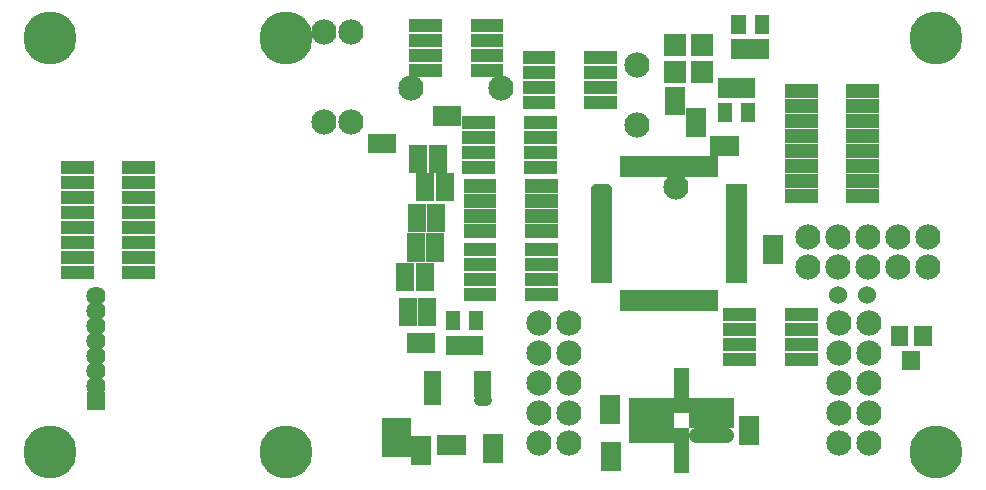
<source format=gbr>
G04 start of page 4 for group -4063 idx -4063
G04 Title: stribog.main_board.bis, componentmask *
G04 Creator: pcb 20070208 *
G04 CreationDate: Sun Apr  6 09:45:44 2008 UTC *
G04 For: dti *
G04 Format: Gerber/RS-274X *
G04 PCB-Dimensions: 314961 157480 *
G04 PCB-Coordinate-Origin: lower left *
%MOIN*%
%FSLAX24Y24*%
%LNFRONTMASK*%
%ADD18C,0.0600*%
%ADD26R,0.0640X0.0640*%
%ADD27R,0.0340X0.0340*%
%ADD38R,0.0500X0.0500*%
%ADD39R,0.0360X0.0360*%
%ADD40C,0.0840*%
%ADD41C,0.0640*%
%ADD42C,0.1772*%
%ADD43R,0.0480X0.0480*%
%ADD44C,0.0500*%
%ADD45R,0.0580X0.0580*%
%ADD46R,0.0440X0.0440*%
%ADD47R,0.0740X0.0740*%
%ADD48R,0.0600X0.0600*%
%ADD49C,0.0340*%
%ADD50C,0.0360*%
G54D40*X11023Y11968D03*
Y14968D03*
X10118Y14960D03*
Y11960D03*
X16023Y13110D03*
X13023D03*
X20551Y11889D03*
Y13889D03*
X30236Y8149D03*
Y7149D03*
X29236Y8149D03*
Y7149D03*
X28236Y8149D03*
Y7149D03*
X21850Y9803D03*
X27236Y8149D03*
Y7149D03*
X26236Y8149D03*
Y7149D03*
X28267Y1259D03*
X27267D03*
X28267Y2259D03*
X27267D03*
X28267Y3259D03*
X27267D03*
X28267Y4259D03*
X27267D03*
X28267Y5259D03*
X27267D03*
G54D18*X27244Y6220D03*
X28228D03*
G54D41*X2519Y6177D03*
Y5677D03*
Y5177D03*
Y4677D03*
Y4177D03*
Y3677D03*
Y3177D03*
G54D26*Y2677D03*
G54D40*X18267Y1259D03*
X17267D03*
X18267Y2259D03*
X17267D03*
X18267Y3259D03*
X17267D03*
X18267Y4259D03*
X17267D03*
X18267Y5259D03*
X17267D03*
G54D42*X8858Y14763D03*
X984Y14763D03*
X30511Y14763D03*
Y984D03*
X984D03*
X8858Y984D03*
G54D43*X19555Y2161D02*X19735D01*
X19555Y2641D02*X19735D01*
G54D44*X22528Y1538D02*X23528D01*
G54D43*X19595Y586D02*X19775D01*
X19595Y1066D02*X19775D01*
G54D38*X20528Y2038D02*X21528D01*
X20528Y1538D02*X21528D01*
X20528Y2538D02*X21528D01*
G54D43*X13256Y783D02*X13436D01*
X13256Y1263D02*X13436D01*
X14610Y1310D02*Y1130D01*
X14130Y1310D02*Y1130D01*
X15658Y1342D02*X15838D01*
X15658Y862D02*X15838D01*
G54D38*X22528Y2538D02*X23528D01*
X22528Y2038D02*X23528D01*
X22028Y1538D02*Y538D01*
Y3538D02*Y2538D01*
G54D43*X24201Y1452D02*X24381D01*
X24201Y1932D02*X24381D01*
G54D45*X29688Y4052D02*Y3992D01*
G54D39*X13614Y2726D02*X13834D01*
G54D43*X12279Y1231D02*Y1051D01*
X12759Y1231D02*Y1051D01*
X12279Y1861D02*Y1681D01*
X12759Y1861D02*Y1681D01*
G54D46*X27747Y9509D02*X28397D01*
X27747Y10009D02*X28397D01*
X27747Y10509D02*X28397D01*
X27747Y11009D02*X28397D01*
X27747Y11509D02*X28397D01*
X27747Y12009D02*X28397D01*
X27747Y12509D02*X28397D01*
X27747Y13009D02*X28397D01*
G54D45*X30078Y4872D02*Y4812D01*
X29298Y4872D02*Y4812D01*
G54D27*X21517Y6200D02*Y5830D01*
X21714Y6200D02*Y5830D01*
X21911Y6200D02*Y5830D01*
X22108Y6200D02*Y5830D01*
X20336Y6200D02*Y5830D01*
X20533Y6200D02*Y5830D01*
X20730Y6200D02*Y5830D01*
X20927Y6200D02*Y5830D01*
X21123Y6200D02*Y5830D01*
X21320Y6200D02*Y5830D01*
X22305Y6200D02*Y5830D01*
X22501Y6200D02*Y5830D01*
X22698Y6200D02*Y5830D01*
X22895Y6200D02*Y5830D01*
X23092Y6200D02*Y5830D01*
G54D46*X23649Y5553D02*X24299D01*
X23649Y5053D02*X24299D01*
X23649Y4553D02*X24299D01*
X23649Y4053D02*X24299D01*
X25699Y5053D02*X26349D01*
X25699Y5553D02*X26349D01*
G54D27*X23669Y8746D02*X24039D01*
X23669Y8943D02*X24039D01*
X23669Y9139D02*X24039D01*
X23669Y9336D02*X24039D01*
X23669Y7958D02*X24039D01*
X23669Y8155D02*X24039D01*
X23669Y8352D02*X24039D01*
X23669Y8549D02*X24039D01*
G54D46*X25699Y4053D02*X26349D01*
X25699Y4553D02*X26349D01*
G54D27*X20139Y6200D02*Y5830D01*
G54D46*X25697Y10509D02*X26347D01*
X25697Y10009D02*X26347D01*
X25697Y9509D02*X26347D01*
G54D43*X24717Y15309D02*Y15149D01*
Y14489D02*Y14329D01*
X24988Y7476D02*X25168D01*
X24988Y7956D02*X25168D01*
G54D27*X23669Y6777D02*X24039D01*
X23669Y6974D02*X24039D01*
X23669Y7171D02*X24039D01*
X23669Y7368D02*X24039D01*
X23669Y7565D02*X24039D01*
X23669Y7761D02*X24039D01*
X23669Y9533D02*X24039D01*
X23669Y9730D02*X24039D01*
X23092Y10680D02*Y10310D01*
X22895Y10680D02*Y10310D01*
X22698Y10680D02*Y10310D01*
G54D43*X23937Y15309D02*Y15149D01*
Y14489D02*Y14329D01*
X24327Y14489D02*Y14329D01*
G54D47*X22724Y14548D03*
Y13648D03*
G54D43*X23704Y11271D02*Y11091D01*
X23472Y12370D02*Y12210D01*
X23862Y13190D02*Y13030D01*
X23472Y13190D02*Y13030D01*
X23224Y11271D02*Y11091D01*
G54D46*X25697Y12009D02*X26347D01*
X25697Y11509D02*X26347D01*
X25697Y11009D02*X26347D01*
G54D43*X24252Y13190D02*Y13030D01*
G54D46*X25697Y13009D02*X26347D01*
X25697Y12509D02*X26347D01*
G54D43*X24252Y12370D02*Y12210D01*
G54D27*X22501Y10680D02*Y10310D01*
X22305Y10680D02*Y10310D01*
X22108Y10680D02*Y10310D01*
X21911Y10680D02*Y10310D01*
G54D43*X22429Y11728D02*X22609D01*
X22429Y12208D02*X22609D01*
G54D27*X21714Y10680D02*Y10310D01*
X21517Y10680D02*Y10310D01*
X21320Y10680D02*Y10310D01*
X21123Y10680D02*Y10310D01*
X20927Y10680D02*Y10310D01*
X20730Y10680D02*Y10310D01*
X20533Y10680D02*Y10310D01*
X20336Y10680D02*Y10310D01*
X20139Y10680D02*Y10310D01*
G54D46*X16956Y14135D02*X17606D01*
X16956Y13635D02*X17606D01*
X16956Y13135D02*X17606D01*
X16956Y12635D02*X17606D01*
G54D47*X21824Y14548D03*
Y13648D03*
G54D46*X19006Y12635D02*X19656D01*
X19006Y13135D02*X19656D01*
X19006Y13635D02*X19656D01*
X19006Y14135D02*X19656D01*
G54D43*X21721Y12437D02*X21901D01*
X21721Y12917D02*X21901D01*
G54D46*X15227Y13698D02*X15877D01*
X15227Y14198D02*X15877D01*
X15227Y14698D02*X15877D01*
X15227Y15198D02*X15877D01*
X13177D02*X13827D01*
X13177Y14698D02*X13827D01*
X13177Y14198D02*X13827D01*
X13177Y13698D02*X13827D01*
G54D43*X14452Y12255D02*Y12075D01*
X13972Y12255D02*Y12075D01*
G54D46*X14949Y11970D02*X15599D01*
X16999D02*X17649D01*
X14949Y11470D02*X15599D01*
X14949Y10970D02*X15599D01*
X14949Y10470D02*X15599D01*
X16999D02*X17649D01*
X16999Y10970D02*X17649D01*
X16999Y11470D02*X17649D01*
G54D48*X13262Y10918D02*Y10578D01*
X13902Y10918D02*Y10578D01*
X13498Y9973D02*Y9633D01*
X14138Y9973D02*Y9633D01*
X13548Y5799D02*Y5459D01*
X13469Y6981D02*Y6641D01*
X13863Y8949D02*Y8609D01*
X13823Y7965D02*Y7625D01*
G54D46*X17038Y6218D02*X17688D01*
X17038Y6718D02*X17688D01*
X17038Y7218D02*X17688D01*
X17038Y7718D02*X17688D01*
X17038Y8344D02*X17688D01*
X17038Y9344D02*X17688D01*
X17038Y9844D02*X17688D01*
X17038Y8844D02*X17688D01*
G54D49*X19189Y9730D02*X19559D01*
G54D27*X19189Y9533D02*X19559D01*
X19189Y9336D02*X19559D01*
X19189Y9139D02*X19559D01*
X19189Y8943D02*X19559D01*
X19189Y8746D02*X19559D01*
X19189Y8549D02*X19559D01*
X19189Y8352D02*X19559D01*
X19189Y8155D02*X19559D01*
X19189Y7958D02*X19559D01*
X19189Y7761D02*X19559D01*
X19189Y7565D02*X19559D01*
X19189Y7368D02*X19559D01*
X19189Y7171D02*X19559D01*
X19189Y6974D02*X19559D01*
X19189Y6777D02*X19559D01*
G54D46*X14988Y9844D02*X15638D01*
X14988Y9344D02*X15638D01*
X14988Y8844D02*X15638D01*
X14988Y7718D02*X15638D01*
X14988Y8344D02*X15638D01*
G54D48*X12829Y6981D02*Y6641D01*
X13223Y8949D02*Y8609D01*
X13183Y7965D02*Y7625D01*
G54D43*X12287Y11349D02*Y11169D01*
X11807Y11349D02*Y11169D01*
G54D46*X14988Y7218D02*X15638D01*
X14988Y6718D02*X15638D01*
X14988Y6218D02*X15638D01*
G54D48*X12908Y5799D02*Y5459D01*
G54D43*X15189Y5427D02*Y5267D01*
X14409Y5427D02*Y5267D01*
Y4607D02*Y4447D01*
X14799Y4607D02*Y4447D01*
X15189Y4607D02*Y4447D01*
X13106Y4696D02*Y4516D01*
X13586Y4696D02*Y4516D01*
G54D39*X13614Y3496D02*X13834D01*
X13614Y3236D02*X13834D01*
X13614Y2986D02*X13834D01*
G54D50*X15284Y2716D02*X15504D01*
G54D39*X15284Y2976D02*X15504D01*
X15284Y3226D02*X15504D01*
X15284Y3486D02*X15504D01*
G54D46*X3613Y6950D02*X4263D01*
X3613Y7450D02*X4263D01*
X3613Y7950D02*X4263D01*
X3613Y8450D02*X4263D01*
X3613Y8950D02*X4263D01*
X3613Y9450D02*X4263D01*
X3613Y9950D02*X4263D01*
X3613Y10450D02*X4263D01*
X1563D02*X2213D01*
X1563Y9950D02*X2213D01*
X1563Y9450D02*X2213D01*
X1563Y8950D02*X2213D01*
X1563Y8450D02*X2213D01*
X1563Y7950D02*X2213D01*
X1563Y7450D02*X2213D01*
X1563Y6950D02*X2213D01*
M02*

</source>
